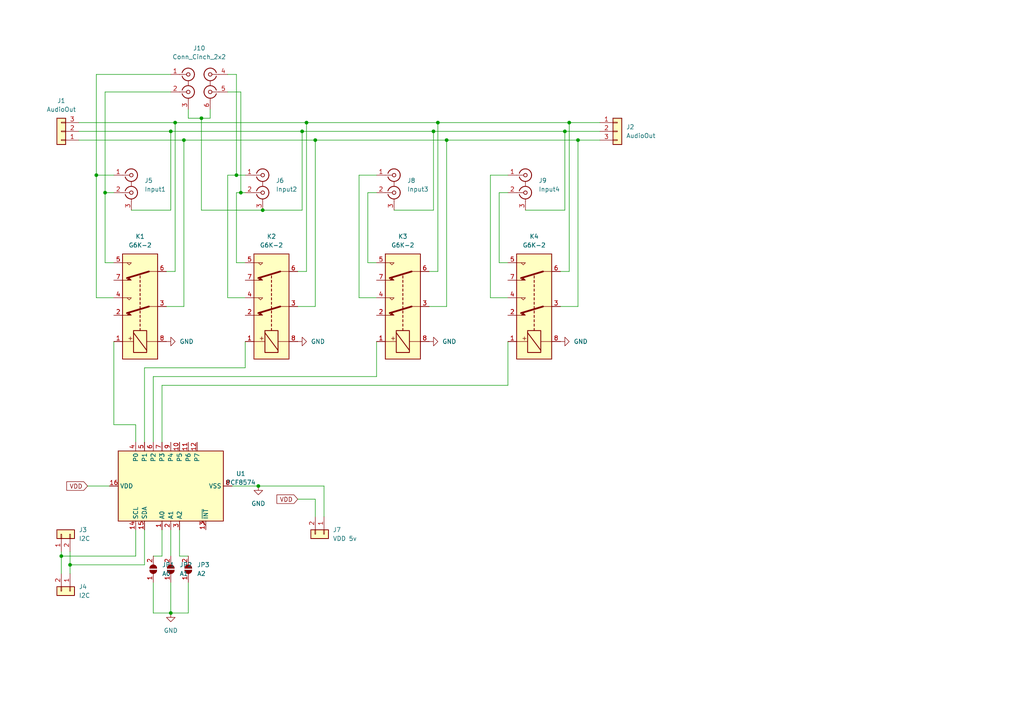
<source format=kicad_sch>
(kicad_sch (version 20211123) (generator eeschema)
  (paper "A4")
  (lib_symbols
    (symbol "Cinch:Conn_Cinch_2x2" (pin_names (offset 1.016) hide)
      (property "Reference" "J" (at 0 5.715 0))
      (property "Value" "Conn_Cinch_2x2" (at 2.921 0 90))
      (symbol "Conn_Cinch_2x2_0_1"
        (arc (start -1.778 -3.048) (mid 0.222 -4.348) (end 1.778 -2.54) (stroke (width 0.254)))
        (arc (start -1.778 2.032) (mid 0.222 0.732) (end 1.778 2.54) (stroke (width 0.254)))
        (circle (center 0 -2.54) (radius 0.508) (stroke (width 0.2032)))
        (polyline (pts (xy -2.54 -2.54) (xy -0.508 -2.54)))
        (polyline (pts (xy -2.54 2.54) (xy -0.508 2.54)))
        (polyline (pts (xy 0 -5.08) (xy 0 -4.318)))
        (polyline (pts (xy 0 0.762) (xy 0 -0.635)))
        (polyline (pts (xy 6.35 -5.08) (xy 6.35 -4.318)))
        (polyline (pts (xy 6.35 0.762) (xy 6.35 -0.635)))
        (polyline (pts (xy 8.89 -2.54) (xy 6.858 -2.54)))
        (polyline (pts (xy 8.89 2.54) (xy 6.858 2.54)))
        (circle (center 0 2.54) (radius 0.508) (stroke (width 0.2032)))
        (arc (start 1.778 -2.54) (mid 0.222 -0.7317) (end -1.778 -2.032) (stroke (width 0.254)))
        (arc (start 1.778 2.54) (mid 0.222 4.3483) (end -1.778 3.048) (stroke (width 0.254)))
        (arc (start 4.572 -2.54) (mid 6.128 -4.348) (end 8.128 -3.048) (stroke (width 0.254)))
        (arc (start 4.572 2.54) (mid 6.128 0.732) (end 8.128 2.032) (stroke (width 0.254)))
        (circle (center 6.35 -2.54) (radius 0.508) (stroke (width 0.2032)))
        (circle (center 6.35 2.54) (radius 0.508) (stroke (width 0.2032)))
        (arc (start 8.128 -2.032) (mid 6.128 -0.7317) (end 4.572 -2.54) (stroke (width 0.254)))
        (arc (start 8.128 3.048) (mid 6.128 4.3483) (end 4.572 2.54) (stroke (width 0.254)))
      )
      (symbol "Conn_Cinch_2x2_1_1"
        (pin passive line (at -5.08 2.54 0) (length 2.54) (name "IN1") (number "1"))
        (pin passive line (at -5.08 -2.54 0) (length 2.54) (name "IN2") (number "2"))
        (pin passive line (at 0 -7.62 90) (length 2.54) (name "EXT") (number "3"))
        (pin passive line (at 11.43 2.54 180) (length 2.54) (name "IN1") (number "4"))
        (pin passive line (at 11.43 -2.54 180) (length 2.54) (name "IN2") (number "5"))
        (pin passive line (at 6.35 -7.62 90) (length 2.54) (name "EXT") (number "6"))
      )
    )
    (symbol "Connector:Conn_Coaxial_x2" (pin_names (offset 1.016) hide)
      (property "Reference" "J" (at 0 5.715 0))
      (property "Value" "Conn_Coaxial_x2" (at 2.921 0 90))
      (symbol "Conn_Coaxial_x2_0_1"
        (arc (start -1.778 -3.048) (mid 0.222 -4.348) (end 1.778 -2.54) (stroke (width 0.254)))
        (arc (start -1.778 2.032) (mid 0.222 0.732) (end 1.778 2.54) (stroke (width 0.254)))
        (circle (center 0 -2.54) (radius 0.508) (stroke (width 0.2032)))
        (polyline (pts (xy -2.54 -2.54) (xy -0.508 -2.54)))
        (polyline (pts (xy -2.54 2.54) (xy -0.508 2.54)))
        (polyline (pts (xy 0 -5.08) (xy 0 -4.318)))
        (polyline (pts (xy 0 0.762) (xy 0 -0.635)))
        (circle (center 0 2.54) (radius 0.508) (stroke (width 0.2032)))
        (arc (start 1.778 -2.54) (mid 0.222 -0.7317) (end -1.778 -2.032) (stroke (width 0.254)))
        (arc (start 1.778 2.54) (mid 0.222 4.3483) (end -1.778 3.048) (stroke (width 0.254)))
      )
      (symbol "Conn_Coaxial_x2_1_1"
        (pin passive line (at -5.08 2.54 0) (length 2.54) (name "IN1") (number "1"))
        (pin passive line (at -5.08 -2.54 0) (length 2.54) (name "IN2") (number "2"))
        (pin passive line (at 0 -7.62 90) (length 2.54) (name "EXT") (number "3"))
      )
    )
    (symbol "Connector_Generic:Conn_01x02" (pin_names (offset 1.016) hide)
      (property "Reference" "J" (at 0 2.54 0))
      (property "Value" "Conn_01x02" (at 0 -5.08 0))
      (symbol "Conn_01x02_1_1"
        (rectangle (start -1.27 -2.413) (end 0 -2.667) (stroke (width 0.1524)))
        (rectangle (start -1.27 0.127) (end 0 -0.127) (stroke (width 0.1524)))
        (rectangle (start -1.27 1.27) (end 1.27 -3.81) (stroke (width 0.254)) (fill (type background)))
        (pin passive line (at -5.08 0 0) (length 3.81) (name "Pin_1") (number "1"))
        (pin passive line (at -5.08 -2.54 0) (length 3.81) (name "Pin_2") (number "2"))
      )
    )
    (symbol "Connector_Generic:Conn_01x03" (pin_names (offset 1.016) hide)
      (property "Reference" "J" (at 0 5.08 0))
      (property "Value" "Conn_01x03" (at 0 -5.08 0))
      (symbol "Conn_01x03_1_1"
        (rectangle (start -1.27 -2.413) (end 0 -2.667) (stroke (width 0.1524)))
        (rectangle (start -1.27 0.127) (end 0 -0.127) (stroke (width 0.1524)))
        (rectangle (start -1.27 2.667) (end 0 2.413) (stroke (width 0.1524)))
        (rectangle (start -1.27 3.81) (end 1.27 -3.81) (stroke (width 0.254)) (fill (type background)))
        (pin passive line (at -5.08 2.54 0) (length 3.81) (name "Pin_1") (number "1"))
        (pin passive line (at -5.08 0 0) (length 3.81) (name "Pin_2") (number "2"))
        (pin passive line (at -5.08 -2.54 0) (length 3.81) (name "Pin_3") (number "3"))
      )
    )
    (symbol "Interface_Expansion:PCF8574"
      (property "Reference" "U" (at -8.89 16.51 0))
      (property "Value" "PCF8574" (at 2.54 16.51 0))
      (symbol "PCF8574_0_1"
        (rectangle (start -10.16 15.24) (end 10.16 -15.24) (stroke (width 0.254)) (fill (type background)))
      )
      (symbol "PCF8574_1_1"
        (pin input line (at -12.7 2.54 0) (length 2.54) (name "A0") (number "1"))
        (pin bidirectional line (at 12.7 -2.54 180) (length 2.54) (name "P5") (number "10"))
        (pin bidirectional line (at 12.7 -5.08 180) (length 2.54) (name "P6") (number "11"))
        (pin bidirectional line (at 12.7 -7.62 180) (length 2.54) (name "P7") (number "12"))
        (pin open_collector output_low (at -12.7 -10.16 0) (length 2.54) (name "~{INT}") (number "13"))
        (pin input line (at -12.7 10.16 0) (length 2.54) (name "SCL") (number "14"))
        (pin bidirectional line (at -12.7 7.62 0) (length 2.54) (name "SDA") (number "15"))
        (pin power_in line (at 0 17.78 270) (length 2.54) (name "VDD") (number "16"))
        (pin input line (at -12.7 0 0) (length 2.54) (name "A1") (number "2"))
        (pin input line (at -12.7 -2.54 0) (length 2.54) (name "A2") (number "3"))
        (pin bidirectional line (at 12.7 10.16 180) (length 2.54) (name "P0") (number "4"))
        (pin bidirectional line (at 12.7 7.62 180) (length 2.54) (name "P1") (number "5"))
        (pin bidirectional line (at 12.7 5.08 180) (length 2.54) (name "P2") (number "6"))
        (pin bidirectional line (at 12.7 2.54 180) (length 2.54) (name "P3") (number "7"))
        (pin power_in line (at 0 -17.78 90) (length 2.54) (name "VSS") (number "8"))
        (pin bidirectional line (at 12.7 0 180) (length 2.54) (name "P4") (number "9"))
      )
    )
    (symbol "Jumper:SolderJumper_2_Open" (pin_names (offset 0) hide)
      (property "Reference" "JP" (at 0 2.032 0))
      (property "Value" "SolderJumper_2_Open" (at 0 -2.54 0))
      (symbol "SolderJumper_2_Open_0_1"
        (arc (start -0.254 1.016) (mid -1.27 0) (end -0.254 -1.016))
        (arc (start -0.254 1.016) (mid -1.27 0) (end -0.254 -1.016) (fill (type outline)))
        (polyline (pts (xy -0.254 1.016) (xy -0.254 -1.016)))
        (polyline (pts (xy 0.254 1.016) (xy 0.254 -1.016)))
        (arc (start 0.254 -1.016) (mid 1.27 0) (end 0.254 1.016))
        (arc (start 0.254 -1.016) (mid 1.27 0) (end 0.254 1.016) (fill (type outline)))
      )
      (symbol "SolderJumper_2_Open_1_1"
        (pin passive line (at -3.81 0 0) (length 2.54) (name "A") (number "1"))
        (pin passive line (at 3.81 0 180) (length 2.54) (name "B") (number "2"))
      )
    )
    (symbol "Relay:G6K-2"
      (property "Reference" "K" (at 16.51 3.81 0))
      (property "Value" "G6K-2" (at 16.51 1.27 0))
      (symbol "G6K-2_0_0"
        (text "+" (at -9.271 2.921 0) (effects (font (size 1.27 1.27))))
      )
      (symbol "G6K-2_0_1"
        (rectangle (start -15.24 5.08) (end 15.24 -5.08) (stroke (width 0.254)) (fill (type background)))
        (rectangle (start -13.335 1.905) (end -6.985 -1.905) (stroke (width 0.254)))
        (polyline (pts (xy -12.7 -1.905) (xy -7.62 1.905)) (stroke (width 0.254)))
        (polyline (pts (xy -10.16 -5.08) (xy -10.16 -1.905)))
        (polyline (pts (xy -10.16 5.08) (xy -10.16 1.905)))
        (polyline (pts (xy -6.985 0) (xy -6.35 0)) (stroke (width 0.254)))
        (polyline (pts (xy -5.715 0) (xy -5.08 0)) (stroke (width 0.254)))
        (polyline (pts (xy -4.445 0) (xy -3.81 0)) (stroke (width 0.254)))
        (polyline (pts (xy -3.175 0) (xy -2.54 0)) (stroke (width 0.254)))
        (polyline (pts (xy -1.905 0) (xy -1.27 0)) (stroke (width 0.254)))
        (polyline (pts (xy -0.635 0) (xy 0 0)) (stroke (width 0.254)))
        (polyline (pts (xy 0 -2.54) (xy -1.905 3.81)) (stroke (width 0.508)))
        (polyline (pts (xy 0 -2.54) (xy 0 -5.08)))
        (polyline (pts (xy 0.635 0) (xy 1.27 0)) (stroke (width 0.254)))
        (polyline (pts (xy 1.905 0) (xy 2.54 0)) (stroke (width 0.254)))
        (polyline (pts (xy 3.175 0) (xy 3.81 0)) (stroke (width 0.254)))
        (polyline (pts (xy 4.445 0) (xy 5.08 0)) (stroke (width 0.254)))
        (polyline (pts (xy 5.715 0) (xy 6.35 0)) (stroke (width 0.254)))
        (polyline (pts (xy 6.985 0) (xy 7.62 0)) (stroke (width 0.254)))
        (polyline (pts (xy 8.255 0) (xy 8.89 0)) (stroke (width 0.254)))
        (polyline (pts (xy 10.16 -2.54) (xy 8.255 3.81)) (stroke (width 0.508)))
        (polyline (pts (xy 10.16 -2.54) (xy 10.16 -5.08)))
        (polyline (pts (xy -2.54 5.08) (xy -2.54 2.54) (xy -1.905 3.175) (xy -2.54 3.81)) (fill (type outline)))
        (polyline (pts (xy 2.54 5.08) (xy 2.54 2.54) (xy 1.905 3.175) (xy 2.54 3.81)))
        (polyline (pts (xy 7.62 5.08) (xy 7.62 2.54) (xy 8.255 3.175) (xy 7.62 3.81)) (fill (type outline)))
        (polyline (pts (xy 12.7 5.08) (xy 12.7 2.54) (xy 12.065 3.175) (xy 12.7 3.81)))
      )
      (symbol "G6K-2_1_1"
        (pin passive line (at -10.16 7.62 270) (length 2.54) (name "~") (number "1"))
        (pin passive line (at -2.54 7.62 270) (length 2.54) (name "~") (number "2"))
        (pin passive line (at 0 -7.62 90) (length 2.54) (name "~") (number "3"))
        (pin passive line (at 2.54 7.62 270) (length 2.54) (name "~") (number "4"))
        (pin passive line (at 12.7 7.62 270) (length 2.54) (name "~") (number "5"))
        (pin passive line (at 10.16 -7.62 90) (length 2.54) (name "~") (number "6"))
        (pin passive line (at 7.62 7.62 270) (length 2.54) (name "~") (number "7"))
        (pin passive line (at -10.16 -7.62 90) (length 2.54) (name "~") (number "8"))
      )
    )
    (symbol "power:GND" (power) (pin_names (offset 0))
      (property "Value" "GND" (at 0 -3.81 0))
      (symbol "GND_0_1"
        (polyline (pts (xy 0 0) (xy 0 -1.27) (xy 1.27 -1.27) (xy 0 -2.54) (xy -1.27 -1.27) (xy 0 -1.27)))
      )
      (symbol "GND_1_1"
        (pin power_in line (at 0 0 270) (length 0) hide (name "GND") (number "1"))
      )
    )
  )
  (junction (at 165.1 35.56))
  (junction (at 127 35.56))
  (junction (at 27.94 50.8))
  (junction (at 69.85 55.88))
  (junction (at 74.93 140.97))
  (junction (at 30.48 55.88))
  (junction (at 49.53 38.1))
  (junction (at 20.32 163.83))
  (junction (at 167.64 40.64))
  (junction (at 68.58 50.8))
  (junction (at 53.34 40.64))
  (junction (at 87.63 38.1))
  (junction (at 129.54 40.64))
  (junction (at 58.42 34.29))
  (junction (at 49.53 177.8))
  (junction (at 76.2 60.96))
  (junction (at 50.8 35.56))
  (junction (at 91.44 40.64))
  (junction (at 88.9 35.56))
  (junction (at 17.78 161.29))
  (junction (at 125.73 38.1))
  (junction (at 163.83 38.1))
  (wire (pts (xy 49.53 38.1) (xy 87.63 38.1)))
  (wire (pts (xy 162.56 78.74) (xy 165.1 78.74)))
  (wire (pts (xy 49.53 60.96) (xy 49.53 38.1)))
  (wire (pts (xy 68.58 76.2) (xy 71.12 76.2)))
  (wire (pts (xy 17.78 160.02) (xy 17.78 161.29)))
  (wire (pts (xy 49.53 168.91) (xy 49.53 177.8)))
  (wire (pts (xy 39.37 123.19) (xy 39.37 128.27)))
  (wire (pts (xy 104.14 50.8) (xy 104.14 86.36)))
  (wire (pts (xy 20.32 163.83) (xy 20.32 166.37)))
  (wire (pts (xy 91.44 40.64) (xy 91.44 88.9)))
  (wire (pts (xy 109.22 109.22) (xy 44.45 109.22)))
  (wire (pts (xy 27.94 50.8) (xy 27.94 86.36)))
  (wire (pts (xy 48.26 78.74) (xy 50.8 78.74)))
  (wire (pts (xy 106.68 55.88) (xy 106.68 76.2)))
  (wire (pts (xy 68.58 50.8) (xy 66.04 50.8)))
  (wire (pts (xy 66.04 21.59) (xy 68.58 21.59)))
  (wire (pts (xy 91.44 40.64) (xy 129.54 40.64)))
  (wire (pts (xy 68.58 55.88) (xy 68.58 76.2)))
  (wire (pts (xy 25.4 140.97) (xy 31.75 140.97)))
  (wire (pts (xy 152.4 60.96) (xy 163.83 60.96)))
  (wire (pts (xy 66.04 86.36) (xy 71.12 86.36)))
  (wire (pts (xy 17.78 161.29) (xy 17.78 166.37)))
  (wire (pts (xy 109.22 50.8) (xy 104.14 50.8)))
  (wire (pts (xy 68.58 21.59) (xy 68.58 50.8)))
  (wire (pts (xy 46.99 111.76) (xy 147.32 111.76)))
  (wire (pts (xy 104.14 86.36) (xy 109.22 86.36)))
  (wire (pts (xy 58.42 34.29) (xy 60.96 34.29)))
  (wire (pts (xy 163.83 38.1) (xy 173.99 38.1)))
  (wire (pts (xy 125.73 60.96) (xy 125.73 38.1)))
  (wire (pts (xy 30.48 76.2) (xy 33.02 76.2)))
  (wire (pts (xy 69.85 26.67) (xy 66.04 26.67)))
  (wire (pts (xy 76.2 60.96) (xy 58.42 60.96)))
  (wire (pts (xy 30.48 26.67) (xy 49.53 26.67)))
  (wire (pts (xy 147.32 55.88) (xy 144.78 55.88)))
  (wire (pts (xy 127 35.56) (xy 165.1 35.56)))
  (wire (pts (xy 54.61 34.29) (xy 58.42 34.29)))
  (wire (pts (xy 44.45 177.8) (xy 49.53 177.8)))
  (wire (pts (xy 109.22 55.88) (xy 106.68 55.88)))
  (wire (pts (xy 49.53 153.67) (xy 49.53 161.29)))
  (wire (pts (xy 54.61 177.8) (xy 49.53 177.8)))
  (wire (pts (xy 86.36 88.9) (xy 91.44 88.9)))
  (wire (pts (xy 46.99 128.27) (xy 46.99 111.76)))
  (wire (pts (xy 46.99 153.67) (xy 46.99 161.29)))
  (wire (pts (xy 54.61 31.75) (xy 54.61 34.29)))
  (wire (pts (xy 69.85 55.88) (xy 69.85 26.67)))
  (wire (pts (xy 52.07 161.29) (xy 54.61 161.29)))
  (wire (pts (xy 20.32 163.83) (xy 41.91 163.83)))
  (wire (pts (xy 144.78 55.88) (xy 144.78 76.2)))
  (wire (pts (xy 60.96 34.29) (xy 60.96 31.75)))
  (wire (pts (xy 22.86 38.1) (xy 49.53 38.1)))
  (wire (pts (xy 142.24 86.36) (xy 147.32 86.36)))
  (wire (pts (xy 71.12 55.88) (xy 69.85 55.88)))
  (wire (pts (xy 52.07 153.67) (xy 52.07 161.29)))
  (wire (pts (xy 50.8 35.56) (xy 88.9 35.56)))
  (wire (pts (xy 39.37 153.67) (xy 39.37 161.29)))
  (wire (pts (xy 88.9 35.56) (xy 88.9 78.74)))
  (wire (pts (xy 144.78 76.2) (xy 147.32 76.2)))
  (wire (pts (xy 124.46 88.9) (xy 129.54 88.9)))
  (wire (pts (xy 86.36 78.74) (xy 88.9 78.74)))
  (wire (pts (xy 41.91 106.68) (xy 71.12 106.68)))
  (wire (pts (xy 27.94 21.59) (xy 27.94 50.8)))
  (wire (pts (xy 48.26 88.9) (xy 53.34 88.9)))
  (wire (pts (xy 46.99 161.29) (xy 44.45 161.29)))
  (wire (pts (xy 167.64 40.64) (xy 167.64 88.9)))
  (wire (pts (xy 44.45 168.91) (xy 44.45 177.8)))
  (wire (pts (xy 165.1 35.56) (xy 173.99 35.56)))
  (wire (pts (xy 54.61 168.91) (xy 54.61 177.8)))
  (wire (pts (xy 162.56 88.9) (xy 167.64 88.9)))
  (wire (pts (xy 30.48 55.88) (xy 30.48 26.67)))
  (wire (pts (xy 147.32 50.8) (xy 142.24 50.8)))
  (wire (pts (xy 165.1 78.74) (xy 165.1 35.56)))
  (wire (pts (xy 147.32 99.06) (xy 147.32 111.76)))
  (wire (pts (xy 30.48 55.88) (xy 30.48 76.2)))
  (wire (pts (xy 22.86 35.56) (xy 50.8 35.56)))
  (wire (pts (xy 71.12 50.8) (xy 68.58 50.8)))
  (wire (pts (xy 66.04 50.8) (xy 66.04 86.36)))
  (wire (pts (xy 87.63 60.96) (xy 87.63 38.1)))
  (wire (pts (xy 67.31 140.97) (xy 74.93 140.97)))
  (wire (pts (xy 125.73 38.1) (xy 163.83 38.1)))
  (wire (pts (xy 127 35.56) (xy 127 78.74)))
  (wire (pts (xy 41.91 128.27) (xy 41.91 106.68)))
  (wire (pts (xy 86.36 144.78) (xy 91.44 144.78)))
  (wire (pts (xy 33.02 50.8) (xy 27.94 50.8)))
  (wire (pts (xy 88.9 35.56) (xy 127 35.56)))
  (wire (pts (xy 53.34 40.64) (xy 53.34 88.9)))
  (wire (pts (xy 50.8 35.56) (xy 50.8 78.74)))
  (wire (pts (xy 124.46 78.74) (xy 127 78.74)))
  (wire (pts (xy 27.94 86.36) (xy 33.02 86.36)))
  (wire (pts (xy 106.68 76.2) (xy 109.22 76.2)))
  (wire (pts (xy 38.1 60.96) (xy 49.53 60.96)))
  (wire (pts (xy 91.44 144.78) (xy 91.44 149.86)))
  (wire (pts (xy 129.54 40.64) (xy 129.54 88.9)))
  (wire (pts (xy 163.83 60.96) (xy 163.83 38.1)))
  (wire (pts (xy 33.02 55.88) (xy 30.48 55.88)))
  (wire (pts (xy 114.3 60.96) (xy 125.73 60.96)))
  (wire (pts (xy 167.64 40.64) (xy 173.99 40.64)))
  (wire (pts (xy 33.02 99.06) (xy 33.02 123.19)))
  (wire (pts (xy 58.42 60.96) (xy 58.42 34.29)))
  (wire (pts (xy 69.85 55.88) (xy 68.58 55.88)))
  (wire (pts (xy 44.45 109.22) (xy 44.45 128.27)))
  (wire (pts (xy 76.2 60.96) (xy 87.63 60.96)))
  (wire (pts (xy 53.34 40.64) (xy 91.44 40.64)))
  (wire (pts (xy 33.02 123.19) (xy 39.37 123.19)))
  (wire (pts (xy 22.86 40.64) (xy 53.34 40.64)))
  (wire (pts (xy 142.24 50.8) (xy 142.24 86.36)))
  (wire (pts (xy 71.12 99.06) (xy 71.12 106.68)))
  (wire (pts (xy 87.63 38.1) (xy 125.73 38.1)))
  (wire (pts (xy 20.32 160.02) (xy 20.32 163.83)))
  (wire (pts (xy 49.53 21.59) (xy 27.94 21.59)))
  (wire (pts (xy 93.98 140.97) (xy 74.93 140.97)))
  (wire (pts (xy 93.98 149.86) (xy 93.98 140.97)))
  (wire (pts (xy 109.22 99.06) (xy 109.22 109.22)))
  (wire (pts (xy 41.91 163.83) (xy 41.91 153.67)))
  (wire (pts (xy 39.37 161.29) (xy 17.78 161.29)))
  (wire (pts (xy 129.54 40.64) (xy 167.64 40.64)))
  (global_label "VDD" (shape input) (at 86.36 144.78 180) (property "Referenzen zwischen Schaltplänen" "${INTERSHEET_REFS}" (effects hide)))
  (global_label "VDD" (shape input) (at 25.4 140.97 180) (property "Referenzen zwischen Schaltplänen" "${INTERSHEET_REFS}" (effects hide)))
  (symbol (lib_id "Connector_Generic:Conn_01x03") (at 179.07 38.1 0) (unit 1)
    (property "Reference" "J2" (at 181.61 36.8299 0) (effects (justify left)))
    (property "Value" "AudioOut" (at 181.61 39.3699 0) (effects (justify left)))
    (property "Footprint" "Connector_Molex:Molex_KK-254_AE-6410-03A_1x03_P2.54mm_Vertical" (effects hide))
  )
  (symbol (lib_id "Relay:G6K-2") (at 116.84 88.9 90) (unit 1)
    (property "Reference" "K3" (at 116.84 68.58 90))
    (property "Value" "G6K-2" (at 116.84 71.12 90))
    (property "Footprint" "Relay_THT:Relay_DPDT_Omron_G6K-2P" (effects hide))
    (property "Datasheet" "http://omronfs.omron.com/en_US/ecb/products/pdf/en-g6k.pdf" (effects hide))
  )
  (symbol (lib_id "Jumper:SolderJumper_2_Open") (at 44.45 165.1 90) (unit 1)
    (property "Reference" "JP1" (at 46.99 163.8299 90) (effects (justify right)))
    (property "Value" "A0" (at 46.99 166.3699 90) (effects (justify right)))
    (property "Footprint" "Jumper:SolderJumper-2_P1.3mm_Open_RoundedPad1.0x1.5mm" (effects hide))
  )
  (symbol (lib_id "power:GND") (at 86.36 99.06 90) (unit 1)
    (property "Reference" "#PWR0102" (effects hide))
    (property "Value" "GND" (at 90.17 99.0599 90) (effects (justify right)))
  )
  (symbol (lib_id "power:GND") (at 162.56 99.06 90) (unit 1)
    (property "Reference" "#PWR0104" (effects hide))
    (property "Value" "GND" (at 166.37 99.0599 90) (effects (justify right)))
  )
  (symbol (lib_id "power:GND") (at 49.53 177.8 0) (unit 1)
    (property "Reference" "#PWR0105" (effects hide))
    (property "Value" "GND" (at 49.53 182.88 0))
  )
  (symbol (lib_id "power:GND") (at 48.26 99.06 90) (unit 1)
    (property "Reference" "#PWR0101" (effects hide))
    (property "Value" "GND" (at 52.07 99.0599 90) (effects (justify right)))
  )
  (symbol (lib_id "power:GND") (at 124.46 99.06 90) (unit 1)
    (property "Reference" "#PWR0103" (effects hide))
    (property "Value" "GND" (at 128.27 99.0599 90) (effects (justify right)))
  )
  (symbol (lib_id "Connector:Conn_Coaxial_x2") (at 152.4 53.34 0) (unit 1)
    (property "Reference" "J9" (at 156.21 52.3631 0) (effects (justify left)))
    (property "Value" "Input4" (at 156.21 54.9031 0) (effects (justify left)))
    (property "Footprint" "Connector:Banana_Jack_3Pin" (effects hide))
    (property "Datasheet" " ~" (effects hide))
  )
  (symbol (lib_id "Jumper:SolderJumper_2_Open") (at 54.61 165.1 90) (unit 1)
    (property "Reference" "JP3" (at 57.15 163.8299 90) (effects (justify right)))
    (property "Value" "A2" (at 57.15 166.3699 90) (effects (justify right)))
    (property "Footprint" "Jumper:SolderJumper-2_P1.3mm_Open_RoundedPad1.0x1.5mm" (effects hide))
  )
  (symbol (lib_id "Connector:Conn_Coaxial_x2") (at 114.3 53.34 0) (unit 1)
    (property "Reference" "J8" (at 118.11 52.3631 0) (effects (justify left)))
    (property "Value" "Input3" (at 118.11 54.9031 0) (effects (justify left)))
    (property "Footprint" "Connector:Banana_Jack_3Pin" (effects hide))
    (property "Datasheet" " ~" (effects hide))
  )
  (symbol (lib_id "Relay:G6K-2") (at 78.74 88.9 90) (unit 1)
    (property "Reference" "K2" (at 78.74 68.58 90))
    (property "Value" "G6K-2" (at 78.74 71.12 90))
    (property "Footprint" "Relay_THT:Relay_DPDT_Omron_G6K-2P" (effects hide))
    (property "Datasheet" "http://omronfs.omron.com/en_US/ecb/products/pdf/en-g6k.pdf" (effects hide))
  )
  (symbol (lib_id "power:GND") (at 74.93 140.97 0) (unit 1)
    (property "Reference" "#PWR0106" (effects hide))
    (property "Value" "GND" (at 74.93 146.05 0))
  )
  (symbol (lib_id "Connector_Generic:Conn_01x02") (at 20.32 171.45 270) (unit 1)
    (property "Reference" "J4" (at 22.86 170.1799 90) (effects (justify left)))
    (property "Value" "I2C" (at 22.86 172.7199 90) (effects (justify left)))
    (property "Footprint" "Connector_Molex:Molex_KK-254_AE-6410-02A_1x02_P2.54mm_Vertical" (effects hide))
  )
  (symbol (lib_id "Cinch:Conn_Cinch_2x2") (at 54.61 24.13 0) (unit 1)
    (property "Reference" "J10" (at 57.785 13.97 0))
    (property "Value" "Conn_Cinch_2x2" (at 57.785 16.51 0))
    (property "Footprint" "Cinch-Sockets:cinch_2X2_Vertical" (effects hide))
    (property "Datasheet" " ~" (effects hide))
  )
  (symbol (lib_id "Connector_Generic:Conn_01x02") (at 93.98 154.94 270) (unit 1)
    (property "Reference" "J7" (at 96.52 153.6699 90) (effects (justify left)))
    (property "Value" "VDD 5v" (at 96.52 156.2099 90) (effects (justify left)))
    (property "Footprint" "Connector_Molex:Molex_KK-254_AE-6410-02A_1x02_P2.54mm_Vertical" (effects hide))
  )
  (symbol (lib_id "Connector:Conn_Coaxial_x2") (at 76.2 53.34 0) (unit 1)
    (property "Reference" "J6" (at 80.01 52.3631 0) (effects (justify left)))
    (property "Value" "Input2" (at 80.01 54.9031 0) (effects (justify left)))
    (property "Footprint" "Connector:Banana_Jack_3Pin" (effects hide))
    (property "Datasheet" " ~" (effects hide))
  )
  (symbol (lib_id "Connector_Generic:Conn_01x02") (at 17.78 154.94 90) (unit 1)
    (property "Reference" "J3" (at 22.86 153.6699 90) (effects (justify right)))
    (property "Value" "I2C" (at 22.86 156.2099 90) (effects (justify right)))
    (property "Footprint" "Connector_Molex:Molex_KK-254_AE-6410-02A_1x02_P2.54mm_Vertical" (effects hide))
  )
  (symbol (lib_id "Relay:G6K-2") (at 40.64 88.9 90) (unit 1)
    (property "Reference" "K1" (at 40.64 68.58 90))
    (property "Value" "G6K-2" (at 40.64 71.12 90))
    (property "Footprint" "Relay_THT:Relay_DPDT_Omron_G6K-2P" (effects hide))
    (property "Datasheet" "http://omronfs.omron.com/en_US/ecb/products/pdf/en-g6k.pdf" (effects hide))
  )
  (symbol (lib_id "Interface_Expansion:PCF8574") (at 49.53 140.97 90) (unit 1)
    (property "Reference" "U1" (at 69.85 137.3886 90))
    (property "Value" "PCF8574" (at 69.85 139.9286 90))
    (property "Footprint" "Package_DIP:DIP-16_W7.62mm_Socket" (effects hide))
    (property "Datasheet" "http://www.nxp.com/documents/data_sheet/PCF8574_PCF8574A.pdf" (effects hide))
  )
  (symbol (lib_id "Connector:Conn_Coaxial_x2") (at 38.1 53.34 0) (unit 1)
    (property "Reference" "J5" (at 41.91 52.3631 0) (effects (justify left)))
    (property "Value" "Input1" (at 41.91 54.9031 0) (effects (justify left)))
    (property "Footprint" "Connector:Banana_Jack_3Pin" (effects hide))
    (property "Datasheet" " ~" (effects hide))
  )
  (symbol (lib_id "Connector_Generic:Conn_01x03") (at 17.78 38.1 180) (unit 1)
    (property "Reference" "J1" (at 17.78 29.21 0))
    (property "Value" "AudioOut" (at 17.78 31.75 0))
    (property "Footprint" "Connector_Molex:Molex_KK-254_AE-6410-03A_1x03_P2.54mm_Vertical" (effects hide))
  )
  (symbol (lib_id "Jumper:SolderJumper_2_Open") (at 49.53 165.1 90) (unit 1)
    (property "Reference" "JP2" (at 52.07 163.8299 90) (effects (justify right)))
    (property "Value" "A1" (at 52.07 166.3699 90) (effects (justify right)))
    (property "Footprint" "Jumper:SolderJumper-2_P1.3mm_Open_RoundedPad1.0x1.5mm" (effects hide))
  )
  (symbol (lib_id "Relay:G6K-2") (at 154.94 88.9 90) (unit 1)
    (property "Reference" "K4" (at 154.94 68.58 90))
    (property "Value" "G6K-2" (at 154.94 71.12 90))
    (property "Footprint" "Relay_THT:Relay_DPDT_Omron_G6K-2P" (effects hide))
    (property "Datasheet" "http://omronfs.omron.com/en_US/ecb/products/pdf/en-g6k.pdf" (effects hide))
  )
)
</source>
